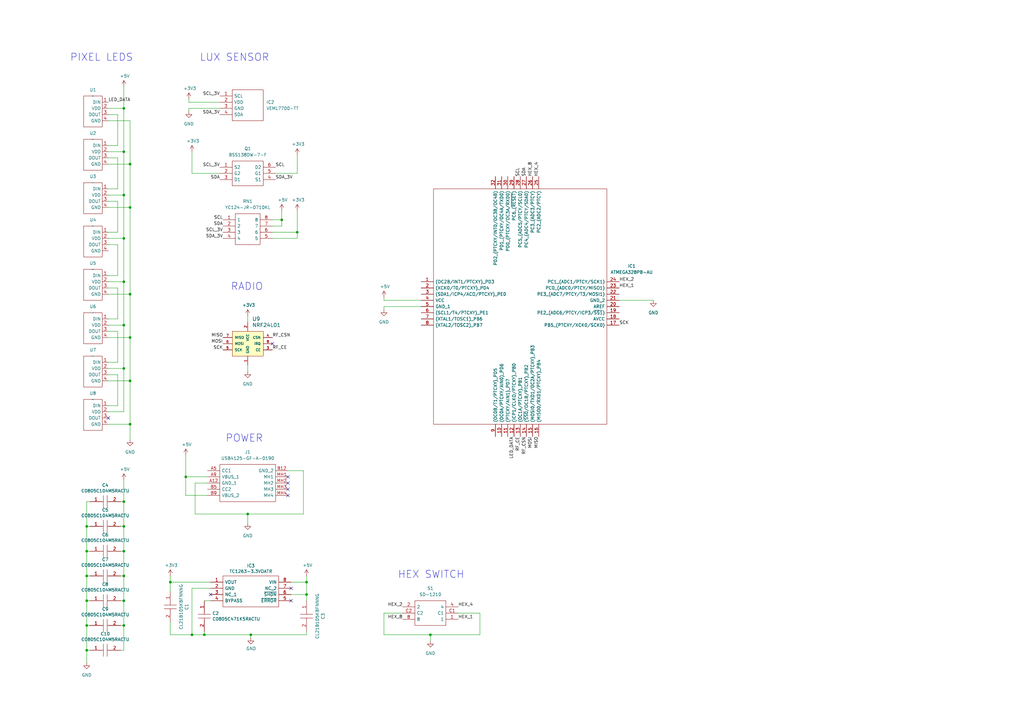
<source format=kicad_sch>
(kicad_sch (version 20230121) (generator eeschema)
  (paper "A3")
  (lib_symbols
    (symbol "MySensors:NRF24L01" (pin_names (offset 1.016))
      (property "Reference" "U" (at 2.54 6.35 0))
      (property "Value" "NRF24L01" (at 6.35 -6.35 0))
      (symbol "NRF24L01_0_1"
        (rectangle (start -6.35 5.08) (end 6.35 -5.08) (fill (type background)))
      )
      (symbol "NRF24L01_1_1"
        (pin power_in line (at 0 -8.89 90) (length 3.81) (name "GND") (number "1"))
        (pin power_in line (at 0 8.89 270) (length 3.81) (name "VCC") (number "2"))
        (pin input line (at 10.16 -2.54 180) (length 3.81) (name "CE") (number "3"))
        (pin input line (at 10.16 2.54 180) (length 3.81) (name "CSN") (number "4"))
        (pin input line (at -10.16 -2.54 0) (length 3.81) (name "SCK") (number "5"))
        (pin input line (at -10.16 0 0) (length 3.81) (name "MOSI") (number "6"))
        (pin input line (at -10.16 2.54 0) (length 3.81) (name "MISO") (number "7"))
        (pin output line (at 10.16 0 180) (length 3.81) (name "IRQ") (number "8"))
      )
    )
    (symbol "SamacSys_Parts:ATMEGA328PB-AU" (pin_names (offset 0.762))
      (property "Reference" "IC" (at 77.47 43.18 0))
      (property "Value" "ATMEGA328PB-AU" (at 77.47 40.64 0))
      (symbol "ATMEGA328PB-AU_0_0"
        (pin passive line (at 0 0 0) (length 5.08) (name "(OC2B/INT1/PTCXY)_PD3") (number "1"))
        (pin passive line (at 33.02 -63.5 90) (length 5.08) (name "(OC0A/PTCXY/AIN0)_PD6") (number "10"))
        (pin passive line (at 35.56 -63.5 90) (length 5.08) (name "(PTCXY/AIN1)_PD7") (number "11"))
        (pin passive line (at 38.1 -63.5 90) (length 5.08) (name "(ICP1/CLKO/PTCXY)_PB0") (number "12"))
        (pin passive line (at 40.64 -63.5 90) (length 5.08) (name "(OC1A/PTCXY)_PB1") (number "13"))
        (pin passive line (at 43.18 -63.5 90) (length 5.08) (name "(~{SS0}/OC1B/PTCXY)_PB2") (number "14"))
        (pin passive line (at 45.72 -63.5 90) (length 5.08) (name "(MOSI0/TXD1/OC2A/PTCXY)_PB3") (number "15"))
        (pin passive line (at 48.26 -63.5 90) (length 5.08) (name "(MISO0/RXD1/PTCXY)_PB4") (number "16"))
        (pin passive line (at 81.28 -17.78 180) (length 5.08) (name "PB5_(PTCXY/XCK0/SCK0)") (number "17"))
        (pin passive line (at 81.28 -15.24 180) (length 5.08) (name "AVCC") (number "18"))
        (pin passive line (at 81.28 -12.7 180) (length 5.08) (name "PE2_(ADC6/PTCY/ICP3/~{SS1})") (number "19"))
        (pin passive line (at 0 -2.54 0) (length 5.08) (name "(XCK0/T0/PTCXY)_PD4") (number "2"))
        (pin passive line (at 81.28 -10.16 180) (length 5.08) (name "AREF") (number "20"))
        (pin passive line (at 81.28 -7.62 180) (length 5.08) (name "GND_2") (number "21"))
        (pin passive line (at 81.28 -5.08 180) (length 5.08) (name "PE3_(ADC7/PTCY/T3/MOSI1)") (number "22"))
        (pin passive line (at 81.28 -2.54 180) (length 5.08) (name "PC0_(ADC0/PTCY/MISO1)") (number "23"))
        (pin passive line (at 81.28 0 180) (length 5.08) (name "PC1_(ADC1/PTCY/SCK1)") (number "24"))
        (pin passive line (at 48.26 43.18 270) (length 5.08) (name "PC2_(ADC2/PTCY)") (number "25"))
        (pin passive line (at 45.72 43.18 270) (length 5.08) (name "PC3_(ADC3/PTCY)") (number "26"))
        (pin passive line (at 43.18 43.18 270) (length 5.08) (name "PC4_(ADC4/PTCY/SDA0)") (number "27"))
        (pin passive line (at 40.64 43.18 270) (length 5.08) (name "PC5_(ADC5/PTCY/SCL0)") (number "28"))
        (pin passive line (at 38.1 43.18 270) (length 5.08) (name "PC6_(~{RESET})") (number "29"))
        (pin passive line (at 0 -5.08 0) (length 5.08) (name "(SDA1/ICP4/ACO/PTCXY)_PE0") (number "3"))
        (pin passive line (at 35.56 43.18 270) (length 5.08) (name "PD0_(PTCXY/OC3A/RXD0)") (number "30"))
        (pin passive line (at 33.02 43.18 270) (length 5.08) (name "PD1_(PTCXY/OC4A/TXD0)") (number "31"))
        (pin passive line (at 30.48 43.18 270) (length 5.08) (name "PD2_(PTCXY/INT0/OC3B/OC4B)") (number "32"))
        (pin passive line (at 0 -7.62 0) (length 5.08) (name "VCC") (number "4"))
        (pin passive line (at 0 -10.16 0) (length 5.08) (name "GND_1") (number "5"))
        (pin passive line (at 0 -12.7 0) (length 5.08) (name "(SCL1/T4/PTCXY)_PE1") (number "6"))
        (pin passive line (at 0 -15.24 0) (length 5.08) (name "(XTAL1/TOSC1)_PB6") (number "7"))
        (pin passive line (at 0 -17.78 0) (length 5.08) (name "(XTAL2/TOSC2)_PB7") (number "8"))
        (pin passive line (at 30.48 -63.5 90) (length 5.08) (name "(OC0B/T1/PTCXY)_PD5") (number "9"))
      )
      (symbol "ATMEGA328PB-AU_0_1"
        (polyline (pts (xy 5.08 38.1) (xy 76.2 38.1) (xy 76.2 -58.42) (xy 5.08 -58.42) (xy 5.08 38.1)) (stroke (width 0.1524)))
      )
    )
    (symbol "SamacSys_Parts:BSS138DW-7-F" (pin_names (offset 0.762))
      (property "Reference" "Q" (at 19.05 7.62 0))
      (property "Value" "BSS138DW-7-F" (at 19.05 5.08 0))
      (symbol "BSS138DW-7-F_0_0"
        (pin passive line (at 0 0 0) (length 5.08) (name "S2") (number "1"))
        (pin passive line (at 0 -2.54 0) (length 5.08) (name "G2") (number "2"))
        (pin passive line (at 0 -5.08 0) (length 5.08) (name "D1") (number "3"))
        (pin passive line (at 22.86 -5.08 180) (length 5.08) (name "S1") (number "4"))
        (pin passive line (at 22.86 -2.54 180) (length 5.08) (name "G1") (number "5"))
        (pin passive line (at 22.86 0 180) (length 5.08) (name "D2") (number "6"))
      )
      (symbol "BSS138DW-7-F_0_1"
        (polyline (pts (xy 5.08 2.54) (xy 17.78 2.54) (xy 17.78 -7.62) (xy 5.08 -7.62) (xy 5.08 2.54)) (stroke (width 0.1524)))
      )
    )
    (symbol "SamacSys_Parts:C0805C104M5RACTU" (pin_names (offset 0.762))
      (property "Reference" "C" (at 8.89 6.35 0))
      (property "Value" "C0805C104M5RACTU" (at 8.89 3.81 0))
      (symbol "C0805C104M5RACTU_0_0"
        (pin passive line (at 0 0 0) (length 5.08) (name "~") (number "1"))
        (pin passive line (at 12.7 0 180) (length 5.08) (name "~") (number "2"))
      )
      (symbol "C0805C104M5RACTU_0_1"
        (polyline (pts (xy 5.08 0) (xy 5.588 0)) (stroke (width 0.1524)))
        (polyline (pts (xy 5.588 2.54) (xy 5.588 -2.54)) (stroke (width 0.1524)))
        (polyline (pts (xy 7.112 0) (xy 7.62 0)) (stroke (width 0.1524)))
        (polyline (pts (xy 7.112 2.54) (xy 7.112 -2.54)) (stroke (width 0.1524)))
      )
    )
    (symbol "SamacSys_Parts:C0805C471K5RACTU" (pin_names (offset 0.762))
      (property "Reference" "C" (at 8.89 6.35 0))
      (property "Value" "C0805C471K5RACTU" (at 8.89 3.81 0))
      (symbol "C0805C471K5RACTU_0_0"
        (pin passive line (at 0 0 0) (length 5.08) (name "~") (number "1"))
        (pin passive line (at 12.7 0 180) (length 5.08) (name "~") (number "2"))
      )
      (symbol "C0805C471K5RACTU_0_1"
        (polyline (pts (xy 5.08 0) (xy 5.588 0)) (stroke (width 0.1524)))
        (polyline (pts (xy 5.588 2.54) (xy 5.588 -2.54)) (stroke (width 0.1524)))
        (polyline (pts (xy 7.112 0) (xy 7.62 0)) (stroke (width 0.1524)))
        (polyline (pts (xy 7.112 2.54) (xy 7.112 -2.54)) (stroke (width 0.1524)))
      )
    )
    (symbol "SamacSys_Parts:CL21B105KBFNNNG" (pin_names (offset 0.762))
      (property "Reference" "C" (at 8.89 6.35 0))
      (property "Value" "CL21B105KBFNNNG" (at 8.89 3.81 0))
      (symbol "CL21B105KBFNNNG_0_0"
        (pin passive line (at 0 0 0) (length 5.08) (name "~") (number "1"))
        (pin passive line (at 12.7 0 180) (length 5.08) (name "~") (number "2"))
      )
      (symbol "CL21B105KBFNNNG_0_1"
        (polyline (pts (xy 5.08 0) (xy 5.588 0)) (stroke (width 0.1524)))
        (polyline (pts (xy 5.588 2.54) (xy 5.588 -2.54)) (stroke (width 0.1524)))
        (polyline (pts (xy 7.112 0) (xy 7.62 0)) (stroke (width 0.1524)))
        (polyline (pts (xy 7.112 2.54) (xy 7.112 -2.54)) (stroke (width 0.1524)))
      )
    )
    (symbol "SamacSys_Parts:SD-1210" (pin_names (offset 0.762))
      (property "Reference" "S" (at 19.05 7.62 0))
      (property "Value" "SD-1210" (at 19.05 5.08 0))
      (symbol "SD-1210_0_0"
        (pin passive line (at 22.86 -5.08 180) (length 5.08) (name "1") (number "1"))
        (pin passive line (at 0 0 0) (length 5.08) (name "2") (number "2"))
        (pin passive line (at 22.86 0 180) (length 5.08) (name "4") (number "4"))
        (pin passive line (at 0 -5.08 0) (length 5.08) (name "8") (number "8"))
        (pin passive line (at 22.86 -2.54 180) (length 5.08) (name "C1") (number "C1"))
        (pin passive line (at 0 -2.54 0) (length 5.08) (name "C2") (number "C2"))
      )
      (symbol "SD-1210_0_1"
        (polyline (pts (xy 5.08 2.54) (xy 17.78 2.54) (xy 17.78 -7.62) (xy 5.08 -7.62) (xy 5.08 2.54)) (stroke (width 0.1524)))
      )
    )
    (symbol "SamacSys_Parts:TC1263-3.3VOATR" (pin_names (offset 0.762))
      (property "Reference" "IC" (at 29.21 7.62 0))
      (property "Value" "TC1263-3.3VOATR" (at 29.21 5.08 0))
      (symbol "TC1263-3.3VOATR_0_0"
        (pin passive line (at 0 0 0) (length 5.08) (name "VOUT") (number "1"))
        (pin passive line (at 0 -2.54 0) (length 5.08) (name "GND") (number "2"))
        (pin passive line (at 0 -5.08 0) (length 5.08) (name "NC_1") (number "3"))
        (pin passive line (at 0 -7.62 0) (length 5.08) (name "BYPASS") (number "4"))
        (pin passive line (at 33.02 -7.62 180) (length 5.08) (name "~{ERROR}") (number "5"))
        (pin passive line (at 33.02 -5.08 180) (length 5.08) (name "~{SHDN}") (number "6"))
        (pin passive line (at 33.02 -2.54 180) (length 5.08) (name "NC_2") (number "7"))
        (pin passive line (at 33.02 0 180) (length 5.08) (name "VIN") (number "8"))
      )
      (symbol "TC1263-3.3VOATR_0_1"
        (polyline (pts (xy 5.08 2.54) (xy 27.94 2.54) (xy 27.94 -10.16) (xy 5.08 -10.16) (xy 5.08 2.54)) (stroke (width 0.1524)))
      )
    )
    (symbol "SamacSys_Parts:USB4125-GF-A-0190" (pin_names (offset 0.762))
      (property "Reference" "J" (at 29.21 7.62 0))
      (property "Value" "USB4125-GF-A-0190" (at 29.21 5.08 0))
      (symbol "USB4125-GF-A-0190_0_0"
        (pin passive line (at 0 -5.08 0) (length 5.08) (name "GND_1") (number "A12"))
        (pin passive line (at 0 0 0) (length 5.08) (name "CC1") (number "A5"))
        (pin passive line (at 0 -2.54 0) (length 5.08) (name "VBUS_1") (number "A9"))
        (pin passive line (at 33.02 0 180) (length 5.08) (name "GND_2") (number "B12"))
        (pin passive line (at 0 -7.62 0) (length 5.08) (name "CC2") (number "B5"))
        (pin passive line (at 0 -10.16 0) (length 5.08) (name "VBUS_2") (number "B9"))
        (pin passive line (at 33.02 -2.54 180) (length 5.08) (name "MH1") (number "MH1"))
        (pin passive line (at 33.02 -5.08 180) (length 5.08) (name "MH2") (number "MH2"))
        (pin passive line (at 33.02 -7.62 180) (length 5.08) (name "MH3") (number "MH3"))
        (pin passive line (at 33.02 -10.16 180) (length 5.08) (name "MH4") (number "MH4"))
      )
      (symbol "USB4125-GF-A-0190_0_1"
        (polyline (pts (xy 5.08 2.54) (xy 27.94 2.54) (xy 27.94 -12.7) (xy 5.08 -12.7) (xy 5.08 2.54)) (stroke (width 0.1524)))
      )
    )
    (symbol "SamacSys_Parts:VEML7700-TT" (pin_names (offset 0.762))
      (property "Reference" "IC" (at 19.05 7.62 0))
      (property "Value" "VEML7700-TT" (at 19.05 5.08 0))
      (symbol "VEML7700-TT_0_0"
        (pin passive line (at 0 0 0) (length 5.08) (name "SCL") (number "1"))
        (pin passive line (at 0 -2.54 0) (length 5.08) (name "VDD") (number "2"))
        (pin passive line (at 0 -5.08 0) (length 5.08) (name "GND") (number "3"))
        (pin passive line (at 0 -7.62 0) (length 5.08) (name "SDA") (number "4"))
      )
      (symbol "VEML7700-TT_0_1"
        (polyline (pts (xy 5.08 2.54) (xy 17.78 2.54) (xy 17.78 -10.16) (xy 5.08 -10.16) (xy 5.08 2.54)) (stroke (width 0.1524)))
      )
    )
    (symbol "SamacSys_Parts:YC124-JR-0710KL" (pin_names (offset 0.762))
      (property "Reference" "RN" (at 16.51 7.62 0))
      (property "Value" "YC124-JR-0710KL" (at 16.51 5.08 0))
      (symbol "YC124-JR-0710KL_0_0"
        (pin passive line (at 0 0 0) (length 5.08) (name "1") (number "1"))
        (pin passive line (at 0 -2.54 0) (length 5.08) (name "2") (number "2"))
        (pin passive line (at 0 -5.08 0) (length 5.08) (name "3") (number "3"))
        (pin passive line (at 0 -7.62 0) (length 5.08) (name "4") (number "4"))
        (pin passive line (at 20.32 -7.62 180) (length 5.08) (name "5") (number "5"))
        (pin passive line (at 20.32 -5.08 180) (length 5.08) (name "6") (number "6"))
        (pin passive line (at 20.32 -2.54 180) (length 5.08) (name "7") (number "7"))
        (pin passive line (at 20.32 0 180) (length 5.08) (name "8") (number "8"))
      )
      (symbol "YC124-JR-0710KL_0_1"
        (polyline (pts (xy 5.08 2.54) (xy 15.24 2.54) (xy 15.24 -10.16) (xy 5.08 -10.16) (xy 5.08 2.54)) (stroke (width 0.1524)))
      )
    )
    (symbol "Samuel_Library:SK6812_SIDE-A"
      (property "Reference" "U" (at 0 7.62 0))
      (symbol "SK6812_SIDE-A_0_1"
        (rectangle (start -3.81 6.35) (end 3.81 -6.35))
      )
      (symbol "SK6812_SIDE-A_1_1"
        (pin input line (at 6.35 3.81 180) (length 2.54) (name "DIN") (number "1"))
        (pin input line (at 6.35 1.27 180) (length 2.54) (name "VDD") (number "2"))
        (pin input line (at 6.35 -1.27 180) (length 2.54) (name "DOUT") (number "3"))
        (pin input line (at 6.35 -3.81 180) (length 2.54) (name "GND") (number "4"))
      )
    )
    (symbol "power:+3V3" (power) (pin_names (offset 0))
      (property "Value" "+3V3" (at 0 3.556 0))
      (symbol "+3V3_0_1"
        (polyline (pts (xy -0.762 1.27) (xy 0 2.54)))
        (polyline (pts (xy 0 0) (xy 0 2.54)))
        (polyline (pts (xy 0 2.54) (xy 0.762 1.27)))
      )
      (symbol "+3V3_1_1"
        (pin power_in line (at 0 0 90) (length 0) hide (name "+3V3") (number "1"))
      )
    )
    (symbol "power:+5V" (power) (pin_names (offset 0))
      (property "Value" "+5V" (at 0 3.556 0))
      (symbol "+5V_0_1"
        (polyline (pts (xy -0.762 1.27) (xy 0 2.54)))
        (polyline (pts (xy 0 0) (xy 0 2.54)))
        (polyline (pts (xy 0 2.54) (xy 0.762 1.27)))
      )
      (symbol "+5V_1_1"
        (pin power_in line (at 0 0 90) (length 0) hide (name "+5V") (number "1"))
      )
    )
    (symbol "power:GND" (power) (pin_names (offset 0))
      (property "Value" "GND" (at 0 -3.81 0))
      (symbol "GND_0_1"
        (polyline (pts (xy 0 0) (xy 0 -1.27) (xy 1.27 -1.27) (xy 0 -2.54) (xy -1.27 -1.27) (xy 0 -1.27)))
      )
      (symbol "GND_1_1"
        (pin power_in line (at 0 0 270) (length 0) hide (name "GND") (number "1"))
      )
    )
  )
  (junction (at 53.34 173.99))
  (junction (at 50.8 80.01))
  (junction (at 50.8 236.22))
  (junction (at 35.56 226.06))
  (junction (at 35.56 236.22))
  (junction (at 35.56 246.38))
  (junction (at 53.34 120.65))
  (junction (at 53.34 156.21))
  (junction (at 50.8 226.06))
  (junction (at 35.56 256.54))
  (junction (at 125.73 238.76))
  (junction (at 50.8 44.45))
  (junction (at 121.92 95.25))
  (junction (at 35.56 215.9))
  (junction (at 50.8 62.23))
  (junction (at 78.74 260.35))
  (junction (at 53.34 138.43))
  (junction (at 115.57 90.17))
  (junction (at 76.2 195.58))
  (junction (at 50.8 133.35))
  (junction (at 125.73 243.84))
  (junction (at 102.87 260.35))
  (junction (at 53.34 67.31))
  (junction (at 50.8 205.74))
  (junction (at 50.8 256.54))
  (junction (at 176.53 260.35))
  (junction (at 50.8 115.57))
  (junction (at 50.8 97.79))
  (junction (at 69.85 238.76))
  (junction (at 101.6 210.82))
  (junction (at 50.8 215.9))
  (junction (at 50.8 151.13))
  (junction (at 35.56 266.7))
  (junction (at 53.34 85.09))
  (junction (at 50.8 246.38))
  (junction (at 83.82 260.35))
  (no_connect (at 118.11 203.2))
  (no_connect (at 118.11 195.58))
  (no_connect (at 119.38 241.3))
  (no_connect (at 111.76 140.97))
  (no_connect (at 118.11 198.12))
  (no_connect (at 44.45 171.45))
  (no_connect (at 119.38 246.38))
  (no_connect (at 118.11 200.66))
  (no_connect (at 86.36 243.84))
  (wire (pts (xy 48.26 130.81) (xy 44.45 130.81)))
  (wire (pts (xy 157.48 251.46) (xy 165.1 251.46)))
  (wire (pts (xy 35.56 215.9) (xy 35.56 226.06)))
  (wire (pts (xy 101.6 129.54) (xy 101.6 132.08)))
  (wire (pts (xy 44.45 97.79) (xy 50.8 97.79)))
  (wire (pts (xy 49.53 236.22) (xy 50.8 236.22)))
  (wire (pts (xy 50.8 62.23) (xy 50.8 80.01)))
  (wire (pts (xy 80.01 198.12) (xy 80.01 210.82)))
  (wire (pts (xy 50.8 246.38) (xy 50.8 256.54)))
  (wire (pts (xy 44.45 115.57) (xy 50.8 115.57)))
  (wire (pts (xy 48.26 46.99) (xy 48.26 59.69)))
  (wire (pts (xy 50.8 115.57) (xy 50.8 133.35)))
  (wire (pts (xy 102.87 261.62) (xy 102.87 260.35)))
  (wire (pts (xy 53.34 67.31) (xy 53.34 85.09)))
  (wire (pts (xy 157.48 125.73) (xy 157.48 127)))
  (wire (pts (xy 44.45 80.01) (xy 50.8 80.01)))
  (wire (pts (xy 196.85 260.35) (xy 176.53 260.35)))
  (wire (pts (xy 53.34 138.43) (xy 44.45 138.43)))
  (wire (pts (xy 115.57 90.17) (xy 115.57 92.71)))
  (wire (pts (xy 77.47 44.45) (xy 77.47 45.72)))
  (wire (pts (xy 196.85 251.46) (xy 196.85 260.35)))
  (wire (pts (xy 78.74 71.12) (xy 78.74 62.23)))
  (wire (pts (xy 90.17 44.45) (xy 77.47 44.45)))
  (wire (pts (xy 53.34 156.21) (xy 44.45 156.21)))
  (wire (pts (xy 101.6 210.82) (xy 124.46 210.82)))
  (wire (pts (xy 53.34 120.65) (xy 53.34 138.43)))
  (wire (pts (xy 50.8 151.13) (xy 44.45 151.13)))
  (wire (pts (xy 35.56 205.74) (xy 35.56 215.9)))
  (wire (pts (xy 76.2 186.69) (xy 76.2 195.58)))
  (wire (pts (xy 50.8 168.91) (xy 50.8 151.13)))
  (wire (pts (xy 86.36 241.3) (xy 78.74 241.3)))
  (wire (pts (xy 48.26 95.25) (xy 44.45 95.25)))
  (wire (pts (xy 111.76 90.17) (xy 115.57 90.17)))
  (wire (pts (xy 44.45 135.89) (xy 48.26 135.89)))
  (wire (pts (xy 36.83 256.54) (xy 35.56 256.54)))
  (wire (pts (xy 125.73 236.22) (xy 125.73 238.76)))
  (wire (pts (xy 36.83 215.9) (xy 35.56 215.9)))
  (wire (pts (xy 176.53 260.35) (xy 176.53 262.89)))
  (wire (pts (xy 35.56 226.06) (xy 35.56 236.22)))
  (wire (pts (xy 50.8 80.01) (xy 50.8 97.79)))
  (wire (pts (xy 115.57 86.36) (xy 115.57 90.17)))
  (wire (pts (xy 85.09 198.12) (xy 80.01 198.12)))
  (wire (pts (xy 48.26 148.59) (xy 44.45 148.59)))
  (wire (pts (xy 53.34 49.53) (xy 53.34 67.31)))
  (wire (pts (xy 111.76 97.79) (xy 121.92 97.79)))
  (wire (pts (xy 85.09 203.2) (xy 76.2 203.2)))
  (wire (pts (xy 36.83 226.06) (xy 35.56 226.06)))
  (wire (pts (xy 50.8 226.06) (xy 50.8 236.22)))
  (wire (pts (xy 53.34 173.99) (xy 53.34 180.34)))
  (wire (pts (xy 111.76 92.71) (xy 115.57 92.71)))
  (wire (pts (xy 48.26 118.11) (xy 48.26 130.81)))
  (wire (pts (xy 35.56 236.22) (xy 35.56 246.38)))
  (wire (pts (xy 157.48 125.73) (xy 172.72 125.73)))
  (wire (pts (xy 76.2 203.2) (xy 76.2 195.58)))
  (wire (pts (xy 44.45 46.99) (xy 48.26 46.99)))
  (wire (pts (xy 83.82 260.35) (xy 102.87 260.35)))
  (wire (pts (xy 35.56 266.7) (xy 35.56 271.78)))
  (wire (pts (xy 76.2 195.58) (xy 85.09 195.58)))
  (wire (pts (xy 50.8 44.45) (xy 50.8 62.23)))
  (wire (pts (xy 111.76 95.25) (xy 121.92 95.25)))
  (wire (pts (xy 80.01 210.82) (xy 101.6 210.82)))
  (wire (pts (xy 44.45 62.23) (xy 50.8 62.23)))
  (wire (pts (xy 44.45 49.53) (xy 53.34 49.53)))
  (wire (pts (xy 44.45 118.11) (xy 48.26 118.11)))
  (wire (pts (xy 90.17 41.91) (xy 77.47 41.91)))
  (wire (pts (xy 187.96 251.46) (xy 196.85 251.46)))
  (wire (pts (xy 35.56 246.38) (xy 35.56 256.54)))
  (wire (pts (xy 157.48 260.35) (xy 157.48 251.46)))
  (wire (pts (xy 48.26 113.03) (xy 44.45 113.03)))
  (wire (pts (xy 101.6 149.86) (xy 101.6 152.4)))
  (wire (pts (xy 53.34 156.21) (xy 53.34 173.99)))
  (wire (pts (xy 69.85 238.76) (xy 69.85 242.57)))
  (wire (pts (xy 48.26 153.67) (xy 48.26 166.37)))
  (wire (pts (xy 50.8 196.85) (xy 50.8 205.74)))
  (wire (pts (xy 48.26 64.77) (xy 48.26 77.47)))
  (wire (pts (xy 53.34 67.31) (xy 44.45 67.31)))
  (wire (pts (xy 125.73 246.38) (xy 125.73 243.84)))
  (wire (pts (xy 69.85 260.35) (xy 69.85 255.27)))
  (wire (pts (xy 254 123.19) (xy 267.97 123.19)))
  (wire (pts (xy 36.83 236.22) (xy 35.56 236.22)))
  (wire (pts (xy 157.48 121.92) (xy 157.48 123.19)))
  (wire (pts (xy 69.85 238.76) (xy 69.85 236.22)))
  (wire (pts (xy 78.74 260.35) (xy 83.82 260.35)))
  (wire (pts (xy 78.74 71.12) (xy 90.17 71.12)))
  (wire (pts (xy 48.26 59.69) (xy 44.45 59.69)))
  (wire (pts (xy 53.34 138.43) (xy 53.34 156.21)))
  (wire (pts (xy 44.45 133.35) (xy 50.8 133.35)))
  (wire (pts (xy 53.34 173.99) (xy 44.45 173.99)))
  (wire (pts (xy 125.73 243.84) (xy 119.38 243.84)))
  (wire (pts (xy 124.46 210.82) (xy 124.46 193.04)))
  (wire (pts (xy 77.47 41.91) (xy 77.47 40.64)))
  (wire (pts (xy 125.73 238.76) (xy 125.73 243.84)))
  (wire (pts (xy 50.8 205.74) (xy 50.8 215.9)))
  (wire (pts (xy 102.87 260.35) (xy 125.73 260.35)))
  (wire (pts (xy 53.34 120.65) (xy 44.45 120.65)))
  (wire (pts (xy 36.83 246.38) (xy 35.56 246.38)))
  (wire (pts (xy 48.26 166.37) (xy 44.45 166.37)))
  (wire (pts (xy 48.26 82.55) (xy 48.26 95.25)))
  (wire (pts (xy 50.8 215.9) (xy 50.8 226.06)))
  (wire (pts (xy 48.26 77.47) (xy 44.45 77.47)))
  (wire (pts (xy 49.53 205.74) (xy 50.8 205.74)))
  (wire (pts (xy 49.53 246.38) (xy 50.8 246.38)))
  (wire (pts (xy 121.92 97.79) (xy 121.92 95.25)))
  (wire (pts (xy 53.34 85.09) (xy 44.45 85.09)))
  (wire (pts (xy 44.45 44.45) (xy 50.8 44.45)))
  (wire (pts (xy 86.36 238.76) (xy 69.85 238.76)))
  (wire (pts (xy 36.83 266.7) (xy 35.56 266.7)))
  (wire (pts (xy 124.46 193.04) (xy 118.11 193.04)))
  (wire (pts (xy 86.36 246.38) (xy 83.82 246.38)))
  (wire (pts (xy 50.8 97.79) (xy 50.8 115.57)))
  (wire (pts (xy 113.03 71.12) (xy 121.92 71.12)))
  (wire (pts (xy 36.83 205.74) (xy 35.56 205.74)))
  (wire (pts (xy 176.53 260.35) (xy 157.48 260.35)))
  (wire (pts (xy 83.82 259.08) (xy 83.82 260.35)))
  (wire (pts (xy 121.92 63.5) (xy 121.92 71.12)))
  (wire (pts (xy 101.6 210.82) (xy 101.6 214.63)))
  (wire (pts (xy 50.8 133.35) (xy 50.8 151.13)))
  (wire (pts (xy 44.45 100.33) (xy 48.26 100.33)))
  (wire (pts (xy 157.48 123.19) (xy 172.72 123.19)))
  (wire (pts (xy 44.45 64.77) (xy 48.26 64.77)))
  (wire (pts (xy 78.74 260.35) (xy 69.85 260.35)))
  (wire (pts (xy 49.53 256.54) (xy 50.8 256.54)))
  (wire (pts (xy 49.53 226.06) (xy 50.8 226.06)))
  (wire (pts (xy 44.45 168.91) (xy 50.8 168.91)))
  (wire (pts (xy 49.53 215.9) (xy 50.8 215.9)))
  (wire (pts (xy 119.38 238.76) (xy 125.73 238.76)))
  (wire (pts (xy 50.8 35.56) (xy 50.8 44.45)))
  (wire (pts (xy 53.34 85.09) (xy 53.34 120.65)))
  (wire (pts (xy 121.92 95.25) (xy 121.92 86.36)))
  (wire (pts (xy 50.8 236.22) (xy 50.8 246.38)))
  (wire (pts (xy 35.56 256.54) (xy 35.56 266.7)))
  (wire (pts (xy 48.26 135.89) (xy 48.26 148.59)))
  (wire (pts (xy 44.45 153.67) (xy 48.26 153.67)))
  (wire (pts (xy 50.8 256.54) (xy 50.8 266.7)))
  (wire (pts (xy 44.45 82.55) (xy 48.26 82.55)))
  (wire (pts (xy 78.74 241.3) (xy 78.74 260.35)))
  (wire (pts (xy 125.73 260.35) (xy 125.73 259.08)))
  (wire (pts (xy 49.53 266.7) (xy 50.8 266.7)))
  (wire (pts (xy 48.26 100.33) (xy 48.26 113.03)))
  (text "HEX SWITCH" (at 190.5 237.49 0) (effects (font (size 3 3)) (justify right bottom)))
  (text "POWER" (at 107.95 181.61 0) (effects (font (size 3 3)) (justify right bottom)))
  (text "LUX SENSOR" (at 110.49 25.4 0) (effects (font (size 3 3)) (justify right bottom)))
  (text "RADIO" (at 107.95 119.38 0) (effects (font (size 3 3)) (justify right bottom)))
  (text "PIXEL LEDS" (at 54.61 25.4 0) (effects (font (size 3 3)) (justify right bottom)))
  (label "HEX_1" (at 187.96 254 0))
  (label "SCL_3V" (at 90.17 68.58 180))
  (label "SCK" (at 254 133.35 0))
  (label "HEX_2" (at 254 115.57 0))
  (label "SDA" (at 90.17 73.66 180))
  (label "HEX_8" (at 218.44 72.39 90))
  (label "MOSI" (at 91.44 140.97 180))
  (label "RF_CE" (at 111.76 143.51 0))
  (label "HEX_4" (at 187.96 248.92 0))
  (label "SDA" (at 215.9 72.39 90))
  (label "RF_CSN" (at 111.76 138.43 0))
  (label "RF_CE" (at 213.36 179.07 270))
  (label "SDA_3V" (at 90.17 46.99 180))
  (label "SDA_3V" (at 91.44 97.79 180))
  (label "HEX_8" (at 165.1 254 180))
  (label "MISO" (at 91.44 138.43 180))
  (label "LED_DATA" (at 210.82 179.07 270))
  (label "MISO" (at 220.98 179.07 270))
  (label "MOSI" (at 218.44 179.07 270))
  (label "SCL" (at 113.03 68.58 0))
  (label "SCL_3V" (at 90.17 39.37 180))
  (label "RF_CSN" (at 215.9 179.07 270))
  (label "SDA_3V" (at 113.03 73.66 0))
  (label "LED_DATA" (at 44.45 41.91 0))
  (label "SCK" (at 91.44 143.51 180))
  (label "HEX_4" (at 220.98 72.39 90))
  (label "HEX_2" (at 165.1 248.92 180))
  (label "SDA" (at 91.44 92.71 180))
  (label "SCL" (at 91.44 90.17 180))
  (label "HEX_1" (at 254 118.11 0))
  (label "SCL_3V" (at 91.44 95.25 180))
  (label "SCL" (at 213.36 72.39 90))
  (symbol (lib_id "Samuel_Library:SK6812_SIDE-A") (at 38.1 63.5 0) (unit 1)
    (property "Reference" "U2" (at 38.1 54.61 0))
    (property "Value" "~" (at 38.1 57.15 0))
  )
  (symbol (lib_id "SamacSys_Parts:USB4125-GF-A-0190") (at 85.09 193.04 0) (unit 1)
    (property "Reference" "J1" (at 101.6 185.42 0))
    (property "Value" "USB4125-GF-A-0190" (at 101.6 187.96 0))
    (property "Footprint" "USB4125GFA0190" (effects hide))
    (property "Description" "USB Connectors USB C Rec GF RA 6P SMT TH Stakes 1.9mm" (effects hide))
    (property "Mouser Part Number" "640-USB4125-GF-A-190" (effects hide))
    (property "Mouser Price/Stock" "https://www.mouser.co.uk/ProductDetail/GCT/USB4125-GF-A-0190?qs=QNEnbhJQKvbCz4hEJBS24w%3D%3D" (effects hide))
    (property "Manufacturer_Name" "GCT (GLOBAL CONNECTOR TECHNOLOGY)" (effects hide))
    (property "Manufacturer_Part_Number" "USB4125-GF-A-0190" (effects hide))
  )
  (symbol (lib_id "power:+5V") (at 115.57 86.36 0) (unit 1)
    (property "Reference" "#PWR018" (effects hide))
    (property "Value" "+5V" (at 115.951 81.9658 0))
  )
  (symbol (lib_id "SamacSys_Parts:C0805C104M5RACTU") (at 36.83 256.54 0) (unit 1)
    (property "Reference" "C9" (at 43.18 249.809 0))
    (property "Value" "C0805C104M5RACTU" (at 43.18 252.1204 0))
    (property "Footprint" "SamacSys_Parts:C0805" (effects hide))
    (property "Datasheet" "https://content.kemet.com/datasheets/KEM_C1002_X7R_SMD.pdf" (effects hide))
    (property "Description" "SMD Comm X7R, Ceramic, 0.1 uF, 20%, 50 VDC, 125 VDC, 125?C, -55?C, X7R, SMD, MLCC, Temperature Stable, Class II, 2.5 % , 10 GOhms, 11 mg, 0805, 2mm, 1.25mm, 0.78mm, 0.75mm, 0.5mm, 4000, 78  Weeks, 80" (effects hide))
    (property "Height" "1.1" (effects hide))
    (property "Mouser Part Number" "80-C0805C104M5R" (effects hide))
    (property "Mouser Price/Stock" "https://www.mouser.co.uk/ProductDetail/KEMET/C0805C104M5RACTU?qs=VOOUd%252Bza08qHu13WgNByHQ%3D%3D" (effects hide))
    (property "Manufacturer_Name" "KEMET" (effects hide))
    (property "Manufacturer_Part_Number" "C0805C104M5RACTU" (effects hide))
  )
  (symbol (lib_id "power:GND") (at 77.47 45.72 0) (unit 1)
    (property "Reference" "#PWR09" (effects hide))
    (property "Value" "GND" (at 77.47 50.8 0))
  )
  (symbol (lib_id "Samuel_Library:SK6812_SIDE-A") (at 38.1 170.18 0) (unit 1)
    (property "Reference" "U8" (at 38.1 161.29 0))
    (property "Value" "~" (at 38.1 163.83 0))
  )
  (symbol (lib_id "Samuel_Library:SK6812_SIDE-A") (at 38.1 116.84 0) (unit 1)
    (property "Reference" "U5" (at 38.1 107.95 0))
    (property "Value" "~" (at 38.1 110.49 0))
  )
  (symbol (lib_id "SamacSys_Parts:C0805C104M5RACTU") (at 36.83 205.74 0) (unit 1)
    (property "Reference" "C4" (at 43.18 199.009 0))
    (property "Value" "C0805C104M5RACTU" (at 43.18 201.3204 0))
    (property "Footprint" "SamacSys_Parts:C0805" (effects hide))
    (property "Datasheet" "https://content.kemet.com/datasheets/KEM_C1002_X7R_SMD.pdf" (effects hide))
    (property "Description" "SMD Comm X7R, Ceramic, 0.1 uF, 20%, 50 VDC, 125 VDC, 125?C, -55?C, X7R, SMD, MLCC, Temperature Stable, Class II, 2.5 % , 10 GOhms, 11 mg, 0805, 2mm, 1.25mm, 0.78mm, 0.75mm, 0.5mm, 4000, 78  Weeks, 80" (effects hide))
    (property "Height" "1.1" (effects hide))
    (property "Mouser Part Number" "80-C0805C104M5R" (effects hide))
    (property "Mouser Price/Stock" "https://www.mouser.co.uk/ProductDetail/KEMET/C0805C104M5RACTU?qs=VOOUd%252Bza08qHu13WgNByHQ%3D%3D" (effects hide))
    (property "Manufacturer_Name" "KEMET" (effects hide))
    (property "Manufacturer_Part_Number" "C0805C104M5RACTU" (effects hide))
  )
  (symbol (lib_id "power:+5V") (at 76.2 186.69 0) (unit 1)
    (property "Reference" "#PWR010" (effects hide))
    (property "Value" "+5V" (at 76.581 182.2958 0))
  )
  (symbol (lib_id "Samuel_Library:SK6812_SIDE-A") (at 38.1 45.72 0) (unit 1)
    (property "Reference" "U1" (at 38.1 36.83 0))
    (property "Value" "~" (at 38.1 39.37 0))
  )
  (symbol (lib_id "SamacSys_Parts:C0805C104M5RACTU") (at 36.83 236.22 0) (unit 1)
    (property "Reference" "C7" (at 43.18 229.489 0))
    (property "Value" "C0805C104M5RACTU" (at 43.18 231.8004 0))
    (property "Footprint" "SamacSys_Parts:C0805" (effects hide))
    (property "Datasheet" "https://content.kemet.com/datasheets/KEM_C1002_X7R_SMD.pdf" (effects hide))
    (property "Description" "SMD Comm X7R, Ceramic, 0.1 uF, 20%, 50 VDC, 125 VDC, 125?C, -55?C, X7R, SMD, MLCC, Temperature Stable, Class II, 2.5 % , 10 GOhms, 11 mg, 0805, 2mm, 1.25mm, 0.78mm, 0.75mm, 0.5mm, 4000, 78  Weeks, 80" (effects hide))
    (property "Height" "1.1" (effects hide))
    (property "Mouser Part Number" "80-C0805C104M5R" (effects hide))
    (property "Mouser Price/Stock" "https://www.mouser.co.uk/ProductDetail/KEMET/C0805C104M5RACTU?qs=VOOUd%252Bza08qHu13WgNByHQ%3D%3D" (effects hide))
    (property "Manufacturer_Name" "KEMET" (effects hide))
    (property "Manufacturer_Part_Number" "C0805C104M5RACTU" (effects hide))
  )
  (symbol (lib_id "power:+5V") (at 50.8 196.85 0) (unit 1)
    (property "Reference" "#PWR014" (effects hide))
    (property "Value" "+5V" (at 51.181 192.4558 0))
  )
  (symbol (lib_id "power:+3V3") (at 101.6 129.54 0) (unit 1)
    (property "Reference" "#PWR017" (effects hide))
    (property "Value" "+3V3" (at 101.981 125.1458 0))
  )
  (symbol (lib_id "power:GND") (at 53.34 180.34 0) (unit 1)
    (property "Reference" "#PWR013" (effects hide))
    (property "Value" "GND" (at 53.34 185.42 0))
  )
  (symbol (lib_id "MySensors:NRF24L01") (at 101.6 140.97 0) (unit 1)
    (property "Reference" "U9" (at 103.4289 130.81 0) (effects (font (size 1.524 1.524)) (justify left)))
    (property "Value" "NRF24L01" (at 103.4289 133.35 0) (effects (font (size 1.524 1.524)) (justify left)))
  )
  (symbol (lib_id "power:+3V3") (at 121.92 86.36 0) (unit 1)
    (property "Reference" "#PWR019" (effects hide))
    (property "Value" "+3V3" (at 122.301 81.9658 0))
  )
  (symbol (lib_id "power:GND") (at 176.53 262.89 0) (unit 1)
    (property "Reference" "#PWR01" (effects hide))
    (property "Value" "GND" (at 176.53 267.97 0))
  )
  (symbol (lib_id "SamacSys_Parts:C0805C104M5RACTU") (at 36.83 226.06 0) (unit 1)
    (property "Reference" "C6" (at 43.18 219.329 0))
    (property "Value" "C0805C104M5RACTU" (at 43.18 221.6404 0))
    (property "Footprint" "SamacSys_Parts:C0805" (effects hide))
    (property "Datasheet" "https://content.kemet.com/datasheets/KEM_C1002_X7R_SMD.pdf" (effects hide))
    (property "Description" "SMD Comm X7R, Ceramic, 0.1 uF, 20%, 50 VDC, 125 VDC, 125?C, -55?C, X7R, SMD, MLCC, Temperature Stable, Class II, 2.5 % , 10 GOhms, 11 mg, 0805, 2mm, 1.25mm, 0.78mm, 0.75mm, 0.5mm, 4000, 78  Weeks, 80" (effects hide))
    (property "Height" "1.1" (effects hide))
    (property "Mouser Part Number" "80-C0805C104M5R" (effects hide))
    (property "Mouser Price/Stock" "https://www.mouser.co.uk/ProductDetail/KEMET/C0805C104M5RACTU?qs=VOOUd%252Bza08qHu13WgNByHQ%3D%3D" (effects hide))
    (property "Manufacturer_Name" "KEMET" (effects hide))
    (property "Manufacturer_Part_Number" "C0805C104M5RACTU" (effects hide))
  )
  (symbol (lib_id "power:GND") (at 101.6 214.63 0) (unit 1)
    (property "Reference" "#PWR04" (effects hide))
    (property "Value" "GND" (at 101.6 219.71 0))
  )
  (symbol (lib_id "SamacSys_Parts:CL21B105KBFNNNG") (at 69.85 242.57 270) (unit 1)
    (property "Reference" "C1" (at 76.581 248.92 0))
    (property "Value" "CL21B105KBFNNNG" (at 74.2696 248.92 0))
    (property "Footprint" "SamacSys_Parts:CAPC2012X135N" (effects hide))
    (property "Datasheet" "https://datasheet.datasheetarchive.com/originals/distributors/Datasheets-DGA8/2478774.pdf" (effects hide))
    (property "Description" "Cap Ceramic 1uF 50V X7R 10% Pad SMD 0805 125C T/R" (effects hide))
    (property "Height" "1.35" (effects hide))
    (property "Mouser Part Number" "187-CL21B105KBFNNNG" (effects hide))
    (property "Mouser Price/Stock" "https://www.mouser.co.uk/ProductDetail/Samsung-Electro-Mechanics/CL21B105KBFNNNG?qs=hqM3L16%252Bxlf%252BLSavaAk0sA%3D%3D" (effects hide))
    (property "Manufacturer_Name" "Samsung Electro-Mechanics" (effects hide))
    (property "Manufacturer_Part_Number" "CL21B105KBFNNNG" (effects hide))
  )
  (symbol (lib_id "SamacSys_Parts:SD-1210") (at 165.1 248.92 0) (unit 1)
    (property "Reference" "S1" (at 176.53 241.3 0))
    (property "Value" "SD-1210" (at 176.53 243.84 0))
    (property "Footprint" "SD1210" (effects hide))
    (property "Datasheet" "https://www.mouser.ch/datasheet/2/972/sd_1000_26sd_2000-1827479.pdf" (effects hide))
    (property "Description" "Coded Rotary Switches dip rotary code hex, real code, top adj. with + slot" (effects hide))
    (property "Height" "4.2" (effects hide))
    (property "Mouser Part Number" "229-SD-1210" (effects hide))
    (property "Mouser Price/Stock" "https://www.mouser.co.uk/ProductDetail/Nidec-Copal/SD-1210?qs=XeJtXLiO41R8TV%2F4jbbpgQ%3D%3D" (effects hide))
    (property "Manufacturer_Name" "NIDEC COPAL" (effects hide))
    (property "Manufacturer_Part_Number" "SD-1210" (effects hide))
  )
  (symbol (lib_id "SamacSys_Parts:CL21B105KBFNNNG") (at 125.73 246.38 270) (unit 1)
    (property "Reference" "C3" (at 132.461 252.73 0))
    (property "Value" "CL21B105KBFNNNG" (at 130.1496 252.73 0))
    (property "Footprint" "SamacSys_Parts:CAPC2012X135N" (effects hide))
    (property "Datasheet" "https://datasheet.datasheetarchive.com/originals/distributors/Datasheets-DGA8/2478774.pdf" (effects hide))
    (property "Description" "Cap Ceramic 1uF 50V X7R 10% Pad SMD 0805 125C T/R" (effects hide))
    (property "Height" "1.35" (effects hide))
    (property "Mouser Part Number" "187-CL21B105KBFNNNG" (effects hide))
    (property "Mouser Price/Stock" "https://www.mouser.co.uk/ProductDetail/Samsung-Electro-Mechanics/CL21B105KBFNNNG?qs=hqM3L16%252Bxlf%252BLSavaAk0sA%3D%3D" (effects hide))
    (property "Manufacturer_Name" "Samsung Electro-Mechanics" (effects hide))
    (property "Manufacturer_Part_Number" "CL21B105KBFNNNG" (effects hide))
  )
  (symbol (lib_id "Samuel_Library:SK6812_SIDE-A") (at 38.1 99.06 0) (unit 1)
    (property "Reference" "U4" (at 38.1 90.17 0))
    (property "Value" "~" (at 38.1 92.71 0))
  )
  (symbol (lib_id "SamacSys_Parts:C0805C104M5RACTU") (at 36.83 266.7 0) (unit 1)
    (property "Reference" "C10" (at 43.18 259.969 0))
    (property "Value" "C0805C104M5RACTU" (at 43.18 262.2804 0))
    (property "Footprint" "SamacSys_Parts:C0805" (effects hide))
    (property "Datasheet" "https://content.kemet.com/datasheets/KEM_C1002_X7R_SMD.pdf" (effects hide))
    (property "Description" "SMD Comm X7R, Ceramic, 0.1 uF, 20%, 50 VDC, 125 VDC, 125?C, -55?C, X7R, SMD, MLCC, Temperature Stable, Class II, 2.5 % , 10 GOhms, 11 mg, 0805, 2mm, 1.25mm, 0.78mm, 0.75mm, 0.5mm, 4000, 78  Weeks, 80" (effects hide))
    (property "Height" "1.1" (effects hide))
    (property "Mouser Part Number" "80-C0805C104M5R" (effects hide))
    (property "Mouser Price/Stock" "https://www.mouser.co.uk/ProductDetail/KEMET/C0805C104M5RACTU?qs=VOOUd%252Bza08qHu13WgNByHQ%3D%3D" (effects hide))
    (property "Manufacturer_Name" "KEMET" (effects hide))
    (property "Manufacturer_Part_Number" "C0805C104M5RACTU" (effects hide))
  )
  (symbol (lib_id "power:GND") (at 35.56 271.78 0) (unit 1)
    (property "Reference" "#PWR015" (effects hide))
    (property "Value" "GND" (at 35.56 276.86 0))
  )
  (symbol (lib_id "Samuel_Library:SK6812_SIDE-A") (at 38.1 81.28 0) (unit 1)
    (property "Reference" "U3" (at 38.1 72.39 0))
    (property "Value" "~" (at 38.1 74.93 0))
  )
  (symbol (lib_id "power:+3V3") (at 121.92 63.5 0) (unit 1)
    (property "Reference" "#PWR020" (effects hide))
    (property "Value" "+3V3" (at 122.301 59.1058 0))
  )
  (symbol (lib_id "power:+3V3") (at 78.74 62.23 0) (unit 1)
    (property "Reference" "#PWR021" (effects hide))
    (property "Value" "+3V3" (at 79.121 57.8358 0))
  )
  (symbol (lib_id "power:GND") (at 267.97 123.19 0) (unit 1)
    (property "Reference" "#PWR02" (effects hide))
    (property "Value" "GND" (at 267.97 128.27 0))
  )
  (symbol (lib_id "SamacSys_Parts:C0805C104M5RACTU") (at 36.83 215.9 0) (unit 1)
    (property "Reference" "C5" (at 43.18 209.169 0))
    (property "Value" "C0805C104M5RACTU" (at 43.18 211.4804 0))
    (property "Footprint" "SamacSys_Parts:C0805" (effects hide))
    (property "Datasheet" "https://content.kemet.com/datasheets/KEM_C1002_X7R_SMD.pdf" (effects hide))
    (property "Description" "SMD Comm X7R, Ceramic, 0.1 uF, 20%, 50 VDC, 125 VDC, 125?C, -55?C, X7R, SMD, MLCC, Temperature Stable, Class II, 2.5 % , 10 GOhms, 11 mg, 0805, 2mm, 1.25mm, 0.78mm, 0.75mm, 0.5mm, 4000, 78  Weeks, 80" (effects hide))
    (property "Height" "1.1" (effects hide))
    (property "Mouser Part Number" "80-C0805C104M5R" (effects hide))
    (property "Mouser Price/Stock" "https://www.mouser.co.uk/ProductDetail/KEMET/C0805C104M5RACTU?qs=VOOUd%252Bza08qHu13WgNByHQ%3D%3D" (effects hide))
    (property "Manufacturer_Name" "KEMET" (effects hide))
    (property "Manufacturer_Part_Number" "C0805C104M5RACTU" (effects hide))
  )
  (symbol (lib_id "SamacSys_Parts:BSS138DW-7-F") (at 90.17 68.58 0) (unit 1)
    (property "Reference" "Q1" (at 101.6 60.96 0))
    (property "Value" "BSS138DW-7-F" (at 101.6 63.5 0))
    (property "Footprint" "SOT65P210X110-6N" (effects hide))
    (property "Description" "MOSFET Dual N-Channel 50V 0.2A SOT363 Diodes Inc BSS138DW-7-F Dual N-channel MOSFET Transistor, 0.2 A, 50 V, 6-Pin SOT-363" (effects hide))
    (property "Height" "1.1" (effects hide))
    (property "Mouser Part Number" "621-BSS138DW-F" (effects hide))
    (property "Mouser Price/Stock" "https://www.mouser.co.uk/ProductDetail/Diodes-Incorporated/BSS138DW-7-F?qs=rGAXPo9uwV10UlZnPRLyGg%3D%3D" (effects hide))
    (property "Manufacturer_Name" "Diodes Inc." (effects hide))
    (property "Manufacturer_Part_Number" "BSS138DW-7-F" (effects hide))
  )
  (symbol (lib_id "power:+5V") (at 157.48 121.92 0) (unit 1)
    (property "Reference" "#PWR011" (effects hide))
    (property "Value" "+5V" (at 157.861 117.5258 0))
  )
  (symbol (lib_id "SamacSys_Parts:TC1263-3.3VOATR") (at 86.36 238.76 0) (unit 1)
    (property "Reference" "IC3" (at 102.87 232.029 0))
    (property "Value" "TC1263-3.3VOATR" (at 102.87 234.3404 0))
    (property "Footprint" "SamacSys_Parts:SOIC127P600X175-8N" (effects hide))
    (property "Datasheet" "http://ww1.microchip.com/downloads/en/DeviceDoc/21374D.pdf" (effects hide))
    (property "Description" "LDO Voltage Regulators 500mA Fixed Out Adj" (effects hide))
    (property "Height" "1.75" (effects hide))
    (property "Mouser Part Number" "579-TC1263-3.3VOATR" (effects hide))
    (property "Mouser Price/Stock" "https://www.mouser.co.uk/ProductDetail/Microchip-Technology/TC1263-33VOATR?qs=JKWmWPM4binFIJC0VNJYCQ%3D%3D" (effects hide))
    (property "Manufacturer_Name" "Microchip" (effects hide))
    (property "Manufacturer_Part_Number" "TC1263-3.3VOATR" (effects hide))
  )
  (symbol (lib_id "power:+3V3") (at 77.47 40.64 0) (unit 1)
    (property "Reference" "#PWR08" (effects hide))
    (property "Value" "+3V3" (at 77.851 36.2458 0))
  )
  (symbol (lib_id "power:GND") (at 102.87 261.62 0) (unit 1)
    (property "Reference" "#PWR06" (effects hide))
    (property "Value" "GND" (at 102.997 266.0142 0))
  )
  (symbol (lib_id "power:+3V3") (at 69.85 236.22 0) (unit 1)
    (property "Reference" "#PWR05" (effects hide))
    (property "Value" "+3V3" (at 70.231 231.8258 0))
  )
  (symbol (lib_id "power:+5V") (at 50.8 35.56 0) (unit 1)
    (property "Reference" "#PWR012" (effects hide))
    (property "Value" "+5V" (at 51.181 31.1658 0))
  )
  (symbol (lib_id "power:GND") (at 157.48 127 0) (unit 1)
    (property "Reference" "#PWR03" (effects hide))
    (property "Value" "GND" (at 157.48 132.08 0))
  )
  (symbol (lib_id "SamacSys_Parts:C0805C471K5RACTU") (at 83.82 246.38 270) (unit 1)
    (property "Reference" "C2" (at 87.0712 251.5616 90) (effects (justify left)))
    (property "Value" "C0805C471K5RACTU" (at 87.0712 253.873 90) (effects (justify left)))
    (property "Footprint" "SamacSys_Parts:C0805" (effects hide))
    (property "Datasheet" "https://content.kemet.com/datasheets/KEM_C1002_X7R_SMD.pdf" (effects hide))
    (property "Description" "SMD Comm X7R, Ceramic, 470 pF, 10%, 50 VDC, 125 VDC, 125?C, -55?C, X7R, SMD, MLCC, Temperature Stable, Class II, 2.5 % , 100 GOhms, 11 mg, 0805, 2mm, 1.25mm, 0.78mm, 0.75mm, 0.5mm, 4000, 78  Weeks, 80" (effects hide))
    (property "Height" "1.1" (effects hide))
    (property "Mouser Part Number" "80-C0805C471K5R" (effects hide))
    (property "Mouser Price/Stock" "https://www.mouser.co.uk/ProductDetail/KEMET/C0805C471K5RACTU?qs=zLJ08xwufm6Yml9V9rLpFw%3D%3D" (effects hide))
    (property "Manufacturer_Name" "KEMET" (effects hide))
    (property "Manufacturer_Part_Number" "C0805C471K5RACTU" (effects hide))
  )
  (symbol (lib_id "SamacSys_Parts:VEML7700-TT") (at 90.17 39.37 0) (unit 1)
    (property "Reference" "IC2" (at 109.22 41.91 0) (effects (justify left)))
    (property "Value" "VEML7700-TT" (at 109.22 44.45 0) (effects (justify left)))
    (property "Footprint" "VEML7700" (effects hide))
    (property "Datasheet" "https://www.arrow.com/en/products/veml7700-tt/vishay" (effects hide))
    (property "Description" "16Bit Ambient Light Sensor I2C 6.8x2.3mm" (effects hide))
    (property "Mouser Part Number" "78-VEML7700-TT" (effects hide))
    (property "Mouser Price/Stock" "https://www.mouser.co.uk/ProductDetail/Vishay-Semiconductors/VEML7700-TT?qs=BcfjnG7NVaXdL6DJFdWbdw%3D%3D" (effects hide))
    (property "Manufacturer_Name" "Vishay" (effects hide))
    (property "Manufacturer_Part_Number" "VEML7700-TT" (effects hide))
  )
  (symbol (lib_id "power:GND") (at 101.6 152.4 0) (unit 1)
    (property "Reference" "#PWR016" (effects hide))
    (property "Value" "GND" (at 101.6 157.48 0))
  )
  (symbol (lib_id "power:+5V") (at 125.73 236.22 0) (unit 1)
    (property "Reference" "#PWR07" (effects hide))
    (property "Value" "+5V" (at 126.111 231.8258 0))
  )
  (symbol (lib_id "Samuel_Library:SK6812_SIDE-A") (at 38.1 152.4 0) (unit 1)
    (property "Reference" "U7" (at 38.1 143.51 0))
    (property "Value" "~" (at 38.1 146.05 0))
  )
  (symbol (lib_id "SamacSys_Parts:YC124-JR-0710KL") (at 91.44 90.17 0) (unit 1)
    (property "Reference" "RN1" (at 101.6 82.55 0))
    (property "Value" "YC124-JR-0710KL" (at 101.6 85.09 0))
    (property "Footprint" "YC124JR0710KL" (effects hide))
    (property "Datasheet" "https://www.yageo.com/upload/media/product/productsearch/datasheet/rchip/PYu-YC_TC_group_51_RoHS_L_9.pdf" (effects hide))
    (property "Description" "10k Ohm +/-5% 62.5mW Power Per Element Isolated 4 Resistor Network/Array +/-200ppm/C 0804, Convex, Long Side Terminals" (effects hide))
    (property "Height" "0.55" (effects hide))
    (property "Mouser Part Number" "603-YC124-JR-0710KL" (effects hide))
    (property "Mouser Price/Stock" "https://www.mouser.co.uk/ProductDetail/YAGEO/YC124-JR-0710KL?qs=o9qB%2F%252BVTi4UUU%2FolE1vUew%3D%3D" (effects hide))
    (property "Manufacturer_Name" "YAGEO" (effects hide))
    (property "Manufacturer_Part_Number" "YC124-JR-0710KL" (effects hide))
  )
  (symbol (lib_id "Samuel_Library:SK6812_SIDE-A") (at 38.1 134.62 0) (unit 1)
    (property "Reference" "U6" (at 38.1 125.73 0))
    (property "Value" "~" (at 38.1 128.27 0))
  )
  (symbol (lib_id "SamacSys_Parts:C0805C104M5RACTU") (at 36.83 246.38 0) (unit 1)
    (property "Reference" "C8" (at 43.18 239.649 0))
    (property "Value" "C0805C104M5RACTU" (at 43.18 241.9604 0))
    (property "Footprint" "SamacSys_Parts:C0805" (effects hide))
    (property "Datasheet" "https://content.kemet.com/datasheets/KEM_C1002_X7R_SMD.pdf" (effects hide))
    (property "Description" "SMD Comm X7R, Ceramic, 0.1 uF, 20%, 50 VDC, 125 VDC, 125?C, -55?C, X7R, SMD, MLCC, Temperature Stable, Class II, 2.5 % , 10 GOhms, 11 mg, 0805, 2mm, 1.25mm, 0.78mm, 0.75mm, 0.5mm, 4000, 78  Weeks, 80" (effects hide))
    (property "Height" "1.1" (effects hide))
    (property "Mouser Part Number" "80-C0805C104M5R" (effects hide))
    (property "Mouser Price/Stock" "https://www.mouser.co.uk/ProductDetail/KEMET/C0805C104M5RACTU?qs=VOOUd%252Bza08qHu13WgNByHQ%3D%3D" (effects hide))
    (property "Manufacturer_Name" "KEMET" (effects hide))
    (property "Manufacturer_Part_Number" "C0805C104M5RACTU" (effects hide))
  )
  (symbol (lib_id "SamacSys_Parts:ATMEGA328PB-AU") (at 172.72 115.57 0) (unit 1)
    (property "Reference" "IC1" (at 259.08 109.1183 0))
    (property "Value" "ATMEGA328PB-AU" (at 259.08 111.6583 0))
    (property "Footprint" "QFP80P900X900X120-32N" (effects hide))
    (property "Description" "ATMEL - ATMEGA328PB-AU - MCU, 8BIT, ATMEGA, 20MHZ, TQFP-32" (effects hide))
    (property "Height" "1.2" (effects hide))
    (property "Mouser Part Number" "556-ATMEGA328PB-AU" (effects hide))
    (property "Mouser Price/Stock" "https://www.mouser.co.uk/ProductDetail/Microchip-Technology/ATMEGA328PB-AU?qs=jy4bLUHv09hbFONgGrqPbw%3D%3D" (effects hide))
    (property "Manufacturer_Name" "Microchip" (effects hide))
    (property "Manufacturer_Part_Number" "ATMEGA328PB-AU" (effects hide))
  )
)
</source>
